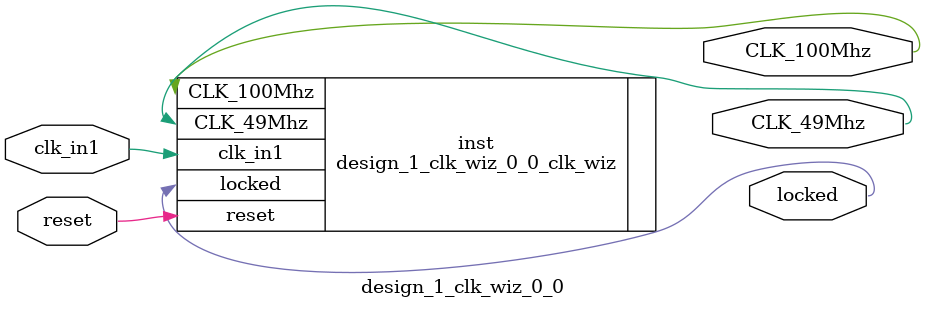
<source format=v>


`timescale 1ps/1ps

(* CORE_GENERATION_INFO = "design_1_clk_wiz_0_0,clk_wiz_v6_0_11_0_0,{component_name=design_1_clk_wiz_0_0,use_phase_alignment=true,use_min_o_jitter=false,use_max_i_jitter=false,use_dyn_phase_shift=false,use_inclk_switchover=false,use_dyn_reconfig=false,enable_axi=0,feedback_source=FDBK_AUTO,PRIMITIVE=MMCM,num_out_clk=2,clkin1_period=10.000,clkin2_period=10.000,use_power_down=false,use_reset=true,use_locked=true,use_inclk_stopped=false,feedback_type=SINGLE,CLOCK_MGR_TYPE=NA,manual_override=false}" *)

module design_1_clk_wiz_0_0 
 (
  // Clock out ports
  output        CLK_49Mhz,
  output        CLK_100Mhz,
  // Status and control signals
  input         reset,
  output        locked,
 // Clock in ports
  input         clk_in1
 );

  design_1_clk_wiz_0_0_clk_wiz inst
  (
  // Clock out ports  
  .CLK_49Mhz(CLK_49Mhz),
  .CLK_100Mhz(CLK_100Mhz),
  // Status and control signals               
  .reset(reset), 
  .locked(locked),
 // Clock in ports
  .clk_in1(clk_in1)
  );

endmodule

</source>
